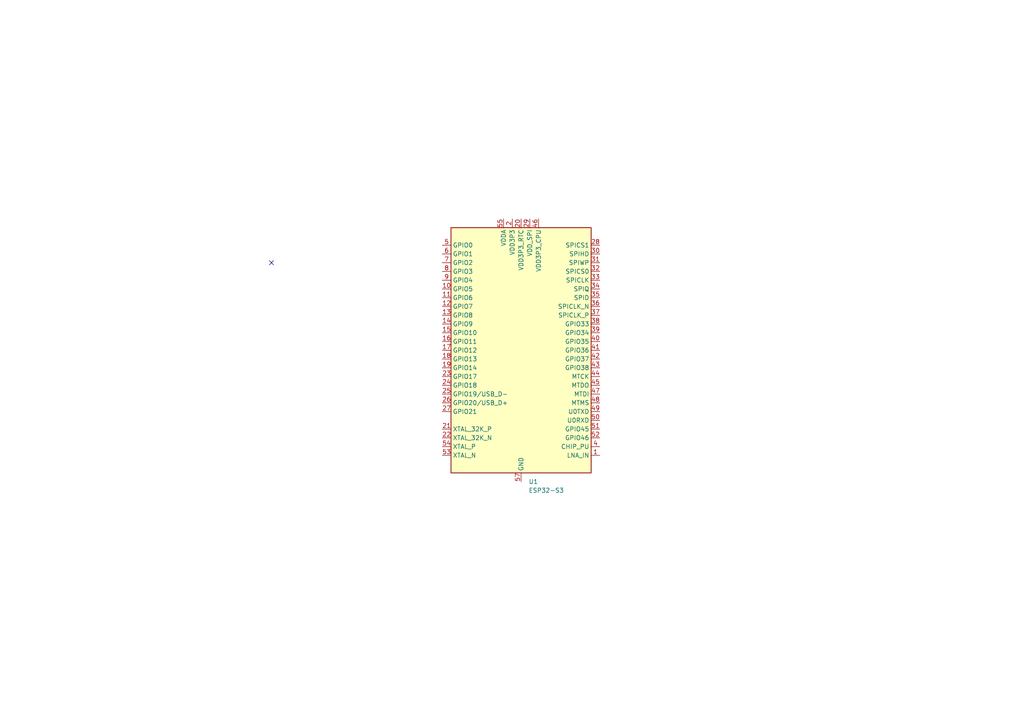
<source format=kicad_sch>
(kicad_sch (version 20231120) (generator "eeschema") (generator_version "8.0")
  (paper "A4")
  (lib_symbols
    (symbol "MCU_Espressif:ESP32-S3"
      (property "Reference" "U" (at 10.16 -38.1 0))
      (property "Value" "ESP32-S3" (at 13.97 -40.64 0))
      (symbol "ESP32-S3_0_1"
        (rectangle (start -20.32 35.56) (end 20.32 -35.56) (stroke (width 0.254)) (fill (type background)))
      )
      (symbol "ESP32-S3_1_0"
        (pin bidirectional line (at 22.86 12.7 180) (length 2.54) (name "SPICLK_N") (number "36"))
        (pin bidirectional line (at 22.86 -10.16 180) (length 2.54) (name "MTDO") (number "45"))
        (pin bidirectional line (at 22.86 -22.86 180) (length 2.54) (name "GPIO45") (number "51"))
        (pin passive line (at -5.08 38.1 270) (length 2.54) hide (name "VDDA") (number "56"))
      )
      (symbol "ESP32-S3_1_1"
        (pin bidirectional line (at 22.86 -30.48 180) (length 2.54) (name "LNA_IN") (number "1"))
        (pin bidirectional line (at -22.86 17.78 0) (length 2.54) (name "GPIO5") (number "10"))
        (pin bidirectional line (at -22.86 15.24 0) (length 2.54) (name "GPIO6") (number "11"))
        (pin bidirectional line (at -22.86 12.7 0) (length 2.54) (name "GPIO7") (number "12"))
        (pin bidirectional line (at -22.86 10.16 0) (length 2.54) (name "GPIO8") (number "13"))
        (pin bidirectional line (at -22.86 7.62 0) (length 2.54) (name "GPIO9") (number "14"))
        (pin bidirectional line (at -22.86 5.08 0) (length 2.54) (name "GPIO10") (number "15"))
        (pin bidirectional line (at -22.86 2.54 0) (length 2.54) (name "GPIO11") (number "16"))
        (pin bidirectional line (at -22.86 0 0) (length 2.54) (name "GPIO12") (number "17"))
        (pin bidirectional line (at -22.86 -2.54 0) (length 2.54) (name "GPIO13") (number "18"))
        (pin bidirectional line (at -22.86 -5.08 0) (length 2.54) (name "GPIO14") (number "19"))
        (pin power_in line (at -2.54 38.1 270) (length 2.54) (name "VDD3P3") (number "2"))
        (pin power_in line (at 0 38.1 270) (length 2.54) (name "VDD3P3_RTC") (number "20"))
        (pin passive line (at -22.86 -22.86 0) (length 2.54) (name "XTAL_32K_P") (number "21"))
        (pin passive line (at -22.86 -25.4 0) (length 2.54) (name "XTAL_32K_N") (number "22"))
        (pin bidirectional line (at -22.86 -7.62 0) (length 2.54) (name "GPIO17") (number "23"))
        (pin bidirectional line (at -22.86 -10.16 0) (length 2.54) (name "GPIO18") (number "24"))
        (pin bidirectional line (at -22.86 -12.7 0) (length 2.54) (name "GPIO19/USB_D-") (number "25"))
        (pin bidirectional line (at -22.86 -15.24 0) (length 2.54) (name "GPIO20/USB_D+") (number "26"))
        (pin bidirectional line (at -22.86 -17.78 0) (length 2.54) (name "GPIO21") (number "27"))
        (pin bidirectional line (at 22.86 30.48 180) (length 2.54) (name "SPICS1") (number "28"))
        (pin power_in line (at 2.54 38.1 270) (length 2.54) (name "VDD_SPI") (number "29"))
        (pin passive line (at -2.54 38.1 270) (length 2.54) hide (name "VDD3P3") (number "3"))
        (pin bidirectional line (at 22.86 27.94 180) (length 2.54) (name "SPIHD") (number "30"))
        (pin bidirectional line (at 22.86 25.4 180) (length 2.54) (name "SPIWP") (number "31"))
        (pin bidirectional line (at 22.86 22.86 180) (length 2.54) (name "SPICS0") (number "32"))
        (pin bidirectional line (at 22.86 20.32 180) (length 2.54) (name "SPICLK") (number "33"))
        (pin bidirectional line (at 22.86 17.78 180) (length 2.54) (name "SPIQ") (number "34"))
        (pin bidirectional line (at 22.86 15.24 180) (length 2.54) (name "SPID") (number "35"))
        (pin bidirectional line (at 22.86 10.16 180) (length 2.54) (name "SPICLK_P") (number "37"))
        (pin bidirectional line (at 22.86 7.62 180) (length 2.54) (name "GPIO33") (number "38"))
        (pin bidirectional line (at 22.86 5.08 180) (length 2.54) (name "GPIO34") (number "39"))
        (pin input line (at 22.86 -27.94 180) (length 2.54) (name "CHIP_PU") (number "4"))
        (pin bidirectional line (at 22.86 2.54 180) (length 2.54) (name "GPIO35") (number "40"))
        (pin bidirectional line (at 22.86 0 180) (length 2.54) (name "GPIO36") (number "41"))
        (pin bidirectional line (at 22.86 -2.54 180) (length 2.54) (name "GPIO37") (number "42"))
        (pin bidirectional line (at 22.86 -5.08 180) (length 2.54) (name "GPIO38") (number "43"))
        (pin bidirectional line (at 22.86 -7.62 180) (length 2.54) (name "MTCK") (number "44"))
        (pin power_in line (at 5.08 38.1 270) (length 2.54) (name "VDD3P3_CPU") (number "46"))
        (pin bidirectional line (at 22.86 -12.7 180) (length 2.54) (name "MTDI") (number "47"))
        (pin bidirectional line (at 22.86 -15.24 180) (length 2.54) (name "MTMS") (number "48"))
        (pin bidirectional line (at 22.86 -17.78 180) (length 2.54) (name "U0TXD") (number "49"))
        (pin bidirectional line (at -22.86 30.48 0) (length 2.54) (name "GPIO0") (number "5"))
        (pin bidirectional line (at 22.86 -20.32 180) (length 2.54) (name "U0RXD") (number "50"))
        (pin bidirectional line (at 22.86 -25.4 180) (length 2.54) (name "GPIO46") (number "52"))
        (pin output line (at -22.86 -30.48 0) (length 2.54) (name "XTAL_N") (number "53"))
        (pin input line (at -22.86 -27.94 0) (length 2.54) (name "XTAL_P") (number "54"))
        (pin power_in line (at -5.08 38.1 270) (length 2.54) (name "VDDA") (number "55"))
        (pin power_in line (at 0 -38.1 90) (length 2.54) (name "GND") (number "57"))
        (pin bidirectional line (at -22.86 27.94 0) (length 2.54) (name "GPIO1") (number "6"))
        (pin bidirectional line (at -22.86 25.4 0) (length 2.54) (name "GPIO2") (number "7"))
        (pin bidirectional line (at -22.86 22.86 0) (length 2.54) (name "GPIO3") (number "8"))
        (pin bidirectional line (at -22.86 20.32 0) (length 2.54) (name "GPIO4") (number "9"))
      )
    )
  )
  (no_connect (at 78.74 76.2))
  (symbol (lib_id "MCU_Espressif:ESP32-S3") (at 151.13 101.6 0) (unit 1)
    (property "Reference" "U1" (at 153.3241 139.7 0) (effects (justify left)))
    (property "Value" "ESP32-S3" (at 153.3241 142.24 0) (effects (justify left)))
    (property "Footprint" "Package_DFN_QFN:QFN-56-1EP_7x7mm_P0.4mm_EP4x4mm" (effects (hide yes)))
    (property "Datasheet" "https://www.espressif.com/sites/default/files/documentation/esp32-s3_datasheet_en.pdf" (effects (hide yes)))
    (property "Description" "Microcontroller, Wi-Fi 802.11b/g/n, Bluetooth, 32bit" (effects (hide yes)))
  )
)
</source>
